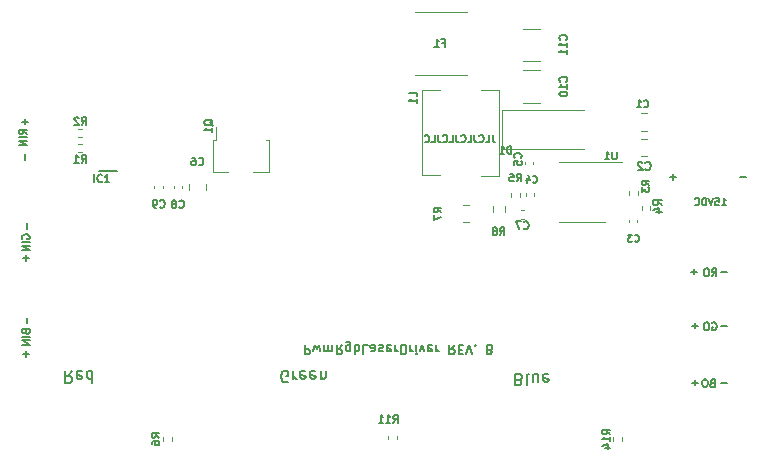
<source format=gbr>
%TF.GenerationSoftware,KiCad,Pcbnew,(5.1.7)-1*%
%TF.CreationDate,2021-07-14T13:30:58-05:00*%
%TF.ProjectId,PwmRgbLaserDriver Rev. B,50776d52-6762-44c6-9173-657244726976,rev?*%
%TF.SameCoordinates,Original*%
%TF.FileFunction,Legend,Bot*%
%TF.FilePolarity,Positive*%
%FSLAX46Y46*%
G04 Gerber Fmt 4.6, Leading zero omitted, Abs format (unit mm)*
G04 Created by KiCad (PCBNEW (5.1.7)-1) date 2021-07-14 13:30:58*
%MOMM*%
%LPD*%
G01*
G04 APERTURE LIST*
%ADD10C,0.150000*%
%ADD11C,0.120000*%
%ADD12C,0.200000*%
G04 APERTURE END LIST*
D10*
X231979190Y-48406095D02*
X231979190Y-49206095D01*
X232283952Y-49206095D01*
X232360142Y-49168000D01*
X232398238Y-49129904D01*
X232436333Y-49053714D01*
X232436333Y-48939428D01*
X232398238Y-48863238D01*
X232360142Y-48825142D01*
X232283952Y-48787047D01*
X231979190Y-48787047D01*
X232703000Y-48939428D02*
X232855380Y-48406095D01*
X233007761Y-48787047D01*
X233160142Y-48406095D01*
X233312523Y-48939428D01*
X233617285Y-48406095D02*
X233617285Y-48939428D01*
X233617285Y-48863238D02*
X233655380Y-48901333D01*
X233731571Y-48939428D01*
X233845857Y-48939428D01*
X233922047Y-48901333D01*
X233960142Y-48825142D01*
X233960142Y-48406095D01*
X233960142Y-48825142D02*
X233998238Y-48901333D01*
X234074428Y-48939428D01*
X234188714Y-48939428D01*
X234264904Y-48901333D01*
X234303000Y-48825142D01*
X234303000Y-48406095D01*
X235141095Y-48406095D02*
X234874428Y-48787047D01*
X234683952Y-48406095D02*
X234683952Y-49206095D01*
X234988714Y-49206095D01*
X235064904Y-49168000D01*
X235103000Y-49129904D01*
X235141095Y-49053714D01*
X235141095Y-48939428D01*
X235103000Y-48863238D01*
X235064904Y-48825142D01*
X234988714Y-48787047D01*
X234683952Y-48787047D01*
X235826809Y-48939428D02*
X235826809Y-48291809D01*
X235788714Y-48215619D01*
X235750619Y-48177523D01*
X235674428Y-48139428D01*
X235560142Y-48139428D01*
X235483952Y-48177523D01*
X235826809Y-48444190D02*
X235750619Y-48406095D01*
X235598238Y-48406095D01*
X235522047Y-48444190D01*
X235483952Y-48482285D01*
X235445857Y-48558476D01*
X235445857Y-48787047D01*
X235483952Y-48863238D01*
X235522047Y-48901333D01*
X235598238Y-48939428D01*
X235750619Y-48939428D01*
X235826809Y-48901333D01*
X236207761Y-48406095D02*
X236207761Y-49206095D01*
X236207761Y-48901333D02*
X236283952Y-48939428D01*
X236436333Y-48939428D01*
X236512523Y-48901333D01*
X236550619Y-48863238D01*
X236588714Y-48787047D01*
X236588714Y-48558476D01*
X236550619Y-48482285D01*
X236512523Y-48444190D01*
X236436333Y-48406095D01*
X236283952Y-48406095D01*
X236207761Y-48444190D01*
X237312523Y-48406095D02*
X236931571Y-48406095D01*
X236931571Y-49206095D01*
X237922047Y-48406095D02*
X237922047Y-48825142D01*
X237883952Y-48901333D01*
X237807761Y-48939428D01*
X237655380Y-48939428D01*
X237579190Y-48901333D01*
X237922047Y-48444190D02*
X237845857Y-48406095D01*
X237655380Y-48406095D01*
X237579190Y-48444190D01*
X237541095Y-48520380D01*
X237541095Y-48596571D01*
X237579190Y-48672761D01*
X237655380Y-48710857D01*
X237845857Y-48710857D01*
X237922047Y-48748952D01*
X238264904Y-48444190D02*
X238341095Y-48406095D01*
X238493476Y-48406095D01*
X238569666Y-48444190D01*
X238607761Y-48520380D01*
X238607761Y-48558476D01*
X238569666Y-48634666D01*
X238493476Y-48672761D01*
X238379190Y-48672761D01*
X238303000Y-48710857D01*
X238264904Y-48787047D01*
X238264904Y-48825142D01*
X238303000Y-48901333D01*
X238379190Y-48939428D01*
X238493476Y-48939428D01*
X238569666Y-48901333D01*
X239255380Y-48444190D02*
X239179190Y-48406095D01*
X239026809Y-48406095D01*
X238950619Y-48444190D01*
X238912523Y-48520380D01*
X238912523Y-48825142D01*
X238950619Y-48901333D01*
X239026809Y-48939428D01*
X239179190Y-48939428D01*
X239255380Y-48901333D01*
X239293476Y-48825142D01*
X239293476Y-48748952D01*
X238912523Y-48672761D01*
X239636333Y-48406095D02*
X239636333Y-48939428D01*
X239636333Y-48787047D02*
X239674428Y-48863238D01*
X239712523Y-48901333D01*
X239788714Y-48939428D01*
X239864904Y-48939428D01*
X240131571Y-48406095D02*
X240131571Y-49206095D01*
X240322047Y-49206095D01*
X240436333Y-49168000D01*
X240512523Y-49091809D01*
X240550619Y-49015619D01*
X240588714Y-48863238D01*
X240588714Y-48748952D01*
X240550619Y-48596571D01*
X240512523Y-48520380D01*
X240436333Y-48444190D01*
X240322047Y-48406095D01*
X240131571Y-48406095D01*
X240931571Y-48406095D02*
X240931571Y-48939428D01*
X240931571Y-48787047D02*
X240969666Y-48863238D01*
X241007761Y-48901333D01*
X241083952Y-48939428D01*
X241160142Y-48939428D01*
X241426809Y-48406095D02*
X241426809Y-48939428D01*
X241426809Y-49206095D02*
X241388714Y-49168000D01*
X241426809Y-49129904D01*
X241464904Y-49168000D01*
X241426809Y-49206095D01*
X241426809Y-49129904D01*
X241731571Y-48939428D02*
X241922047Y-48406095D01*
X242112523Y-48939428D01*
X242722047Y-48444190D02*
X242645857Y-48406095D01*
X242493476Y-48406095D01*
X242417285Y-48444190D01*
X242379190Y-48520380D01*
X242379190Y-48825142D01*
X242417285Y-48901333D01*
X242493476Y-48939428D01*
X242645857Y-48939428D01*
X242722047Y-48901333D01*
X242760142Y-48825142D01*
X242760142Y-48748952D01*
X242379190Y-48672761D01*
X243103000Y-48406095D02*
X243103000Y-48939428D01*
X243103000Y-48787047D02*
X243141095Y-48863238D01*
X243179190Y-48901333D01*
X243255380Y-48939428D01*
X243331571Y-48939428D01*
X244664904Y-48406095D02*
X244398238Y-48787047D01*
X244207761Y-48406095D02*
X244207761Y-49206095D01*
X244512523Y-49206095D01*
X244588714Y-49168000D01*
X244626809Y-49129904D01*
X244664904Y-49053714D01*
X244664904Y-48939428D01*
X244626809Y-48863238D01*
X244588714Y-48825142D01*
X244512523Y-48787047D01*
X244207761Y-48787047D01*
X245007761Y-48825142D02*
X245274428Y-48825142D01*
X245388714Y-48406095D02*
X245007761Y-48406095D01*
X245007761Y-49206095D01*
X245388714Y-49206095D01*
X245617285Y-49206095D02*
X245883952Y-48406095D01*
X246150619Y-49206095D01*
X246417285Y-48482285D02*
X246455380Y-48444190D01*
X246417285Y-48406095D01*
X246379190Y-48444190D01*
X246417285Y-48482285D01*
X246417285Y-48406095D01*
X247674428Y-48825142D02*
X247788714Y-48787047D01*
X247826809Y-48748952D01*
X247864904Y-48672761D01*
X247864904Y-48558476D01*
X247826809Y-48482285D01*
X247788714Y-48444190D01*
X247712523Y-48406095D01*
X247407761Y-48406095D01*
X247407761Y-49206095D01*
X247674428Y-49206095D01*
X247750619Y-49168000D01*
X247788714Y-49129904D01*
X247826809Y-49053714D01*
X247826809Y-48977523D01*
X247788714Y-48901333D01*
X247750619Y-48863238D01*
X247674428Y-48825142D01*
X247407761Y-48825142D01*
X267290428Y-36593428D02*
X267633285Y-36593428D01*
X267461857Y-36593428D02*
X267461857Y-35993428D01*
X267519000Y-36079142D01*
X267576142Y-36136285D01*
X267633285Y-36164857D01*
X266747571Y-35993428D02*
X267033285Y-35993428D01*
X267061857Y-36279142D01*
X267033285Y-36250571D01*
X266976142Y-36222000D01*
X266833285Y-36222000D01*
X266776142Y-36250571D01*
X266747571Y-36279142D01*
X266719000Y-36336285D01*
X266719000Y-36479142D01*
X266747571Y-36536285D01*
X266776142Y-36564857D01*
X266833285Y-36593428D01*
X266976142Y-36593428D01*
X267033285Y-36564857D01*
X267061857Y-36536285D01*
X266547571Y-35993428D02*
X266347571Y-36593428D01*
X266147571Y-35993428D01*
X265947571Y-36593428D02*
X265947571Y-35993428D01*
X265804714Y-35993428D01*
X265719000Y-36022000D01*
X265661857Y-36079142D01*
X265633285Y-36136285D01*
X265604714Y-36250571D01*
X265604714Y-36336285D01*
X265633285Y-36450571D01*
X265661857Y-36507714D01*
X265719000Y-36564857D01*
X265804714Y-36593428D01*
X265947571Y-36593428D01*
X265004714Y-36536285D02*
X265033285Y-36564857D01*
X265119000Y-36593428D01*
X265176142Y-36593428D01*
X265261857Y-36564857D01*
X265319000Y-36507714D01*
X265347571Y-36450571D01*
X265376142Y-36336285D01*
X265376142Y-36250571D01*
X265347571Y-36136285D01*
X265319000Y-36079142D01*
X265261857Y-36022000D01*
X265176142Y-35993428D01*
X265119000Y-35993428D01*
X265033285Y-36022000D01*
X265004714Y-36050571D01*
X266489238Y-46538000D02*
X266551142Y-46507047D01*
X266644000Y-46507047D01*
X266736857Y-46538000D01*
X266798761Y-46599904D01*
X266829714Y-46661809D01*
X266860666Y-46785619D01*
X266860666Y-46878476D01*
X266829714Y-47002285D01*
X266798761Y-47064190D01*
X266736857Y-47126095D01*
X266644000Y-47157047D01*
X266582095Y-47157047D01*
X266489238Y-47126095D01*
X266458285Y-47095142D01*
X266458285Y-46878476D01*
X266582095Y-46878476D01*
X266055904Y-46507047D02*
X265932095Y-46507047D01*
X265870190Y-46538000D01*
X265808285Y-46599904D01*
X265777333Y-46723714D01*
X265777333Y-46940380D01*
X265808285Y-47064190D01*
X265870190Y-47126095D01*
X265932095Y-47157047D01*
X266055904Y-47157047D01*
X266117809Y-47126095D01*
X266179714Y-47064190D01*
X266210666Y-46940380D01*
X266210666Y-46723714D01*
X266179714Y-46599904D01*
X266117809Y-46538000D01*
X266055904Y-46507047D01*
X266486047Y-51642571D02*
X266393190Y-51673523D01*
X266362238Y-51704476D01*
X266331285Y-51766380D01*
X266331285Y-51859238D01*
X266362238Y-51921142D01*
X266393190Y-51952095D01*
X266455095Y-51983047D01*
X266702714Y-51983047D01*
X266702714Y-51333047D01*
X266486047Y-51333047D01*
X266424142Y-51364000D01*
X266393190Y-51394952D01*
X266362238Y-51456857D01*
X266362238Y-51518761D01*
X266393190Y-51580666D01*
X266424142Y-51611619D01*
X266486047Y-51642571D01*
X266702714Y-51642571D01*
X265928904Y-51333047D02*
X265805095Y-51333047D01*
X265743190Y-51364000D01*
X265681285Y-51425904D01*
X265650333Y-51549714D01*
X265650333Y-51766380D01*
X265681285Y-51890190D01*
X265743190Y-51952095D01*
X265805095Y-51983047D01*
X265928904Y-51983047D01*
X265990809Y-51952095D01*
X266052714Y-51890190D01*
X266083666Y-51766380D01*
X266083666Y-51549714D01*
X266052714Y-51425904D01*
X265990809Y-51364000D01*
X265928904Y-51333047D01*
X266458285Y-42585047D02*
X266674952Y-42275523D01*
X266829714Y-42585047D02*
X266829714Y-41935047D01*
X266582095Y-41935047D01*
X266520190Y-41966000D01*
X266489238Y-41996952D01*
X266458285Y-42058857D01*
X266458285Y-42151714D01*
X266489238Y-42213619D01*
X266520190Y-42244571D01*
X266582095Y-42275523D01*
X266829714Y-42275523D01*
X266055904Y-41935047D02*
X265932095Y-41935047D01*
X265870190Y-41966000D01*
X265808285Y-42027904D01*
X265777333Y-42151714D01*
X265777333Y-42368380D01*
X265808285Y-42492190D01*
X265870190Y-42554095D01*
X265932095Y-42585047D01*
X266055904Y-42585047D01*
X266117809Y-42554095D01*
X266179714Y-42492190D01*
X266210666Y-42368380D01*
X266210666Y-42151714D01*
X266179714Y-42027904D01*
X266117809Y-41966000D01*
X266055904Y-41935047D01*
X208360571Y-47303190D02*
X208391523Y-47396047D01*
X208422476Y-47427000D01*
X208484380Y-47457952D01*
X208577238Y-47457952D01*
X208639142Y-47427000D01*
X208670095Y-47396047D01*
X208701047Y-47334142D01*
X208701047Y-47086523D01*
X208051047Y-47086523D01*
X208051047Y-47303190D01*
X208082000Y-47365095D01*
X208112952Y-47396047D01*
X208174857Y-47427000D01*
X208236761Y-47427000D01*
X208298666Y-47396047D01*
X208329619Y-47365095D01*
X208360571Y-47303190D01*
X208360571Y-47086523D01*
X208701047Y-47736523D02*
X208051047Y-47736523D01*
X208701047Y-48046047D02*
X208051047Y-48046047D01*
X208701047Y-48417476D01*
X208051047Y-48417476D01*
X208082000Y-39426000D02*
X208051047Y-39364095D01*
X208051047Y-39271238D01*
X208082000Y-39178380D01*
X208143904Y-39116476D01*
X208205809Y-39085523D01*
X208329619Y-39054571D01*
X208422476Y-39054571D01*
X208546285Y-39085523D01*
X208608190Y-39116476D01*
X208670095Y-39178380D01*
X208701047Y-39271238D01*
X208701047Y-39333142D01*
X208670095Y-39426000D01*
X208639142Y-39456952D01*
X208422476Y-39456952D01*
X208422476Y-39333142D01*
X208701047Y-39735523D02*
X208051047Y-39735523D01*
X208701047Y-40045047D02*
X208051047Y-40045047D01*
X208701047Y-40416476D01*
X208051047Y-40416476D01*
X208447047Y-30566952D02*
X208137523Y-30350285D01*
X208447047Y-30195523D02*
X207797047Y-30195523D01*
X207797047Y-30443142D01*
X207828000Y-30505047D01*
X207858952Y-30536000D01*
X207920857Y-30566952D01*
X208013714Y-30566952D01*
X208075619Y-30536000D01*
X208106571Y-30505047D01*
X208137523Y-30443142D01*
X208137523Y-30195523D01*
X208447047Y-30845523D02*
X207797047Y-30845523D01*
X208447047Y-31155047D02*
X207797047Y-31155047D01*
X208447047Y-31526476D01*
X207797047Y-31526476D01*
X267214380Y-51642571D02*
X267709619Y-51642571D01*
X267214380Y-46816571D02*
X267709619Y-46816571D01*
X267214380Y-42244571D02*
X267709619Y-42244571D01*
X268865380Y-34243571D02*
X269360619Y-34243571D01*
X208453428Y-46107380D02*
X208453428Y-46602619D01*
X208453428Y-38106380D02*
X208453428Y-38601619D01*
X208326428Y-32264380D02*
X208326428Y-32759619D01*
X265296619Y-51608428D02*
X264801380Y-51608428D01*
X265049000Y-51856047D02*
X265049000Y-51360809D01*
X265296619Y-46782428D02*
X264801380Y-46782428D01*
X265049000Y-47030047D02*
X265049000Y-46534809D01*
X265169619Y-42210428D02*
X264674380Y-42210428D01*
X264922000Y-42458047D02*
X264922000Y-41962809D01*
X263391619Y-34209428D02*
X262896380Y-34209428D01*
X263144000Y-34457047D02*
X263144000Y-33961809D01*
X208654619Y-49195428D02*
X208159380Y-49195428D01*
X208407000Y-49443047D02*
X208407000Y-48947809D01*
X208654619Y-41067428D02*
X208159380Y-41067428D01*
X208407000Y-41315047D02*
X208407000Y-40819809D01*
X208527619Y-29510428D02*
X208032380Y-29510428D01*
X208280000Y-29758047D02*
X208280000Y-29262809D01*
X208527619Y-29510428D02*
X208032380Y-29510428D01*
X208280000Y-29758047D02*
X208280000Y-29262809D01*
X247881428Y-30659428D02*
X247881428Y-31088000D01*
X247910000Y-31173714D01*
X247967142Y-31230857D01*
X248052857Y-31259428D01*
X248110000Y-31259428D01*
X247310000Y-31259428D02*
X247595714Y-31259428D01*
X247595714Y-30659428D01*
X246767142Y-31202285D02*
X246795714Y-31230857D01*
X246881428Y-31259428D01*
X246938571Y-31259428D01*
X247024285Y-31230857D01*
X247081428Y-31173714D01*
X247110000Y-31116571D01*
X247138571Y-31002285D01*
X247138571Y-30916571D01*
X247110000Y-30802285D01*
X247081428Y-30745142D01*
X247024285Y-30688000D01*
X246938571Y-30659428D01*
X246881428Y-30659428D01*
X246795714Y-30688000D01*
X246767142Y-30716571D01*
X246338571Y-30659428D02*
X246338571Y-31088000D01*
X246367142Y-31173714D01*
X246424285Y-31230857D01*
X246510000Y-31259428D01*
X246567142Y-31259428D01*
X245767142Y-31259428D02*
X246052857Y-31259428D01*
X246052857Y-30659428D01*
X245224285Y-31202285D02*
X245252857Y-31230857D01*
X245338571Y-31259428D01*
X245395714Y-31259428D01*
X245481428Y-31230857D01*
X245538571Y-31173714D01*
X245567142Y-31116571D01*
X245595714Y-31002285D01*
X245595714Y-30916571D01*
X245567142Y-30802285D01*
X245538571Y-30745142D01*
X245481428Y-30688000D01*
X245395714Y-30659428D01*
X245338571Y-30659428D01*
X245252857Y-30688000D01*
X245224285Y-30716571D01*
X244795714Y-30659428D02*
X244795714Y-31088000D01*
X244824285Y-31173714D01*
X244881428Y-31230857D01*
X244967142Y-31259428D01*
X245024285Y-31259428D01*
X244224285Y-31259428D02*
X244510000Y-31259428D01*
X244510000Y-30659428D01*
X243681428Y-31202285D02*
X243710000Y-31230857D01*
X243795714Y-31259428D01*
X243852857Y-31259428D01*
X243938571Y-31230857D01*
X243995714Y-31173714D01*
X244024285Y-31116571D01*
X244052857Y-31002285D01*
X244052857Y-30916571D01*
X244024285Y-30802285D01*
X243995714Y-30745142D01*
X243938571Y-30688000D01*
X243852857Y-30659428D01*
X243795714Y-30659428D01*
X243710000Y-30688000D01*
X243681428Y-30716571D01*
X243252857Y-30659428D02*
X243252857Y-31088000D01*
X243281428Y-31173714D01*
X243338571Y-31230857D01*
X243424285Y-31259428D01*
X243481428Y-31259428D01*
X242681428Y-31259428D02*
X242967142Y-31259428D01*
X242967142Y-30659428D01*
X242138571Y-31202285D02*
X242167142Y-31230857D01*
X242252857Y-31259428D01*
X242310000Y-31259428D01*
X242395714Y-31230857D01*
X242452857Y-31173714D01*
X242481428Y-31116571D01*
X242510000Y-31002285D01*
X242510000Y-30916571D01*
X242481428Y-30802285D01*
X242452857Y-30745142D01*
X242395714Y-30688000D01*
X242310000Y-30659428D01*
X242252857Y-30659428D01*
X242167142Y-30688000D01*
X242138571Y-30716571D01*
X250134571Y-51379428D02*
X250277428Y-51331809D01*
X250325047Y-51284190D01*
X250372666Y-51188952D01*
X250372666Y-51046095D01*
X250325047Y-50950857D01*
X250277428Y-50903238D01*
X250182190Y-50855619D01*
X249801238Y-50855619D01*
X249801238Y-51855619D01*
X250134571Y-51855619D01*
X250229809Y-51808000D01*
X250277428Y-51760380D01*
X250325047Y-51665142D01*
X250325047Y-51569904D01*
X250277428Y-51474666D01*
X250229809Y-51427047D01*
X250134571Y-51379428D01*
X249801238Y-51379428D01*
X250944095Y-50855619D02*
X250848857Y-50903238D01*
X250801238Y-50998476D01*
X250801238Y-51855619D01*
X251753619Y-51522285D02*
X251753619Y-50855619D01*
X251325047Y-51522285D02*
X251325047Y-50998476D01*
X251372666Y-50903238D01*
X251467904Y-50855619D01*
X251610761Y-50855619D01*
X251706000Y-50903238D01*
X251753619Y-50950857D01*
X252610761Y-50903238D02*
X252515523Y-50855619D01*
X252325047Y-50855619D01*
X252229809Y-50903238D01*
X252182190Y-50998476D01*
X252182190Y-51379428D01*
X252229809Y-51474666D01*
X252325047Y-51522285D01*
X252515523Y-51522285D01*
X252610761Y-51474666D01*
X252658380Y-51379428D01*
X252658380Y-51284190D01*
X252182190Y-51188952D01*
X230544857Y-51554000D02*
X230449619Y-51601619D01*
X230306761Y-51601619D01*
X230163904Y-51554000D01*
X230068666Y-51458761D01*
X230021047Y-51363523D01*
X229973428Y-51173047D01*
X229973428Y-51030190D01*
X230021047Y-50839714D01*
X230068666Y-50744476D01*
X230163904Y-50649238D01*
X230306761Y-50601619D01*
X230402000Y-50601619D01*
X230544857Y-50649238D01*
X230592476Y-50696857D01*
X230592476Y-51030190D01*
X230402000Y-51030190D01*
X231021047Y-50601619D02*
X231021047Y-51268285D01*
X231021047Y-51077809D02*
X231068666Y-51173047D01*
X231116285Y-51220666D01*
X231211523Y-51268285D01*
X231306761Y-51268285D01*
X232021047Y-50649238D02*
X231925809Y-50601619D01*
X231735333Y-50601619D01*
X231640095Y-50649238D01*
X231592476Y-50744476D01*
X231592476Y-51125428D01*
X231640095Y-51220666D01*
X231735333Y-51268285D01*
X231925809Y-51268285D01*
X232021047Y-51220666D01*
X232068666Y-51125428D01*
X232068666Y-51030190D01*
X231592476Y-50934952D01*
X232878190Y-50649238D02*
X232782952Y-50601619D01*
X232592476Y-50601619D01*
X232497238Y-50649238D01*
X232449619Y-50744476D01*
X232449619Y-51125428D01*
X232497238Y-51220666D01*
X232592476Y-51268285D01*
X232782952Y-51268285D01*
X232878190Y-51220666D01*
X232925809Y-51125428D01*
X232925809Y-51030190D01*
X232449619Y-50934952D01*
X233354380Y-51268285D02*
X233354380Y-50601619D01*
X233354380Y-51173047D02*
X233402000Y-51220666D01*
X233497238Y-51268285D01*
X233640095Y-51268285D01*
X233735333Y-51220666D01*
X233782952Y-51125428D01*
X233782952Y-50601619D01*
X212280571Y-50604619D02*
X211947238Y-51080809D01*
X211709142Y-50604619D02*
X211709142Y-51604619D01*
X212090095Y-51604619D01*
X212185333Y-51557000D01*
X212232952Y-51509380D01*
X212280571Y-51414142D01*
X212280571Y-51271285D01*
X212232952Y-51176047D01*
X212185333Y-51128428D01*
X212090095Y-51080809D01*
X211709142Y-51080809D01*
X213090095Y-50652238D02*
X212994857Y-50604619D01*
X212804380Y-50604619D01*
X212709142Y-50652238D01*
X212661523Y-50747476D01*
X212661523Y-51128428D01*
X212709142Y-51223666D01*
X212804380Y-51271285D01*
X212994857Y-51271285D01*
X213090095Y-51223666D01*
X213137714Y-51128428D01*
X213137714Y-51033190D01*
X212661523Y-50937952D01*
X213994857Y-50604619D02*
X213994857Y-51604619D01*
X213994857Y-50652238D02*
X213899619Y-50604619D01*
X213709142Y-50604619D01*
X213613904Y-50652238D01*
X213566285Y-50699857D01*
X213518666Y-50795095D01*
X213518666Y-51080809D01*
X213566285Y-51176047D01*
X213613904Y-51223666D01*
X213709142Y-51271285D01*
X213899619Y-51271285D01*
X213994857Y-51223666D01*
D11*
%TO.C,U1*%
X255431000Y-38030000D02*
X253481000Y-38030000D01*
X255431000Y-38030000D02*
X257381000Y-38030000D01*
X255431000Y-32910000D02*
X253481000Y-32910000D01*
X255431000Y-32910000D02*
X258881000Y-32910000D01*
%TO.C,R14*%
X258065000Y-56220379D02*
X258065000Y-56555621D01*
X258825000Y-56220379D02*
X258825000Y-56555621D01*
%TO.C,R11*%
X239015000Y-56093379D02*
X239015000Y-56428621D01*
X239775000Y-56093379D02*
X239775000Y-56428621D01*
%TO.C,R8*%
X248956500Y-37200724D02*
X248956500Y-36691276D01*
X247911500Y-37200724D02*
X247911500Y-36691276D01*
%TO.C,R7*%
X245393936Y-38055000D02*
X245848064Y-38055000D01*
X245393936Y-36585000D02*
X245848064Y-36585000D01*
%TO.C,R6*%
X219965000Y-56220379D02*
X219965000Y-56555621D01*
X220725000Y-56220379D02*
X220725000Y-56555621D01*
%TO.C,R5*%
X250182000Y-35860621D02*
X250182000Y-35525379D01*
X249422000Y-35860621D02*
X249422000Y-35525379D01*
%TO.C,R4*%
X260493000Y-36644379D02*
X260493000Y-36979621D01*
X261253000Y-36644379D02*
X261253000Y-36979621D01*
%TO.C,R3*%
X259396000Y-35402379D02*
X259396000Y-35737621D01*
X260156000Y-35402379D02*
X260156000Y-35737621D01*
%TO.C,R2*%
X212811379Y-30860000D02*
X213146621Y-30860000D01*
X212811379Y-30100000D02*
X213146621Y-30100000D01*
%TO.C,R1*%
X212811379Y-32130000D02*
X213146621Y-32130000D01*
X212811379Y-31370000D02*
X213146621Y-31370000D01*
%TO.C,Q1*%
X228928000Y-31071000D02*
X228698000Y-31071000D01*
X224208000Y-31071000D02*
X224438000Y-31071000D01*
X224208000Y-31071000D02*
X224208000Y-33791000D01*
X224208000Y-33791000D02*
X225518000Y-33791000D01*
X224438000Y-29931000D02*
X224438000Y-31071000D01*
X228928000Y-33791000D02*
X228928000Y-31071000D01*
X227618000Y-33791000D02*
X228928000Y-33791000D01*
%TO.C,L1*%
X248414000Y-26879000D02*
X246934000Y-26879000D01*
X248414000Y-34079000D02*
X248414000Y-30479000D01*
X248414000Y-30479000D02*
X248414000Y-26879000D01*
X248414000Y-34079000D02*
X246934000Y-34079000D01*
X241922000Y-26859000D02*
X243402000Y-26859000D01*
X241922000Y-26859000D02*
X241922000Y-30459000D01*
X241922000Y-34059000D02*
X243402000Y-34059000D01*
X241922000Y-30459000D02*
X241922000Y-34059000D01*
D12*
%TO.C,IC1*%
X214584000Y-33695000D02*
X216109000Y-33695000D01*
D11*
%TO.C,F1*%
X241317248Y-25565000D02*
X245724752Y-25565000D01*
X241317248Y-20225000D02*
X245724752Y-20225000D01*
%TO.C,D1*%
X248707000Y-31862000D02*
X248707000Y-28562000D01*
X248707000Y-28562000D02*
X255607000Y-28562000D01*
X248707000Y-31862000D02*
X255607000Y-31862000D01*
%TO.C,C11*%
X250437849Y-24363741D02*
X251860353Y-24363741D01*
X250437849Y-21643741D02*
X251860353Y-21643741D01*
%TO.C,C10*%
X250434248Y-27902000D02*
X251856752Y-27902000D01*
X250434248Y-25182000D02*
X251856752Y-25182000D01*
%TO.C,C9*%
X219223000Y-34936165D02*
X219223000Y-35167835D01*
X219943000Y-34936165D02*
X219943000Y-35167835D01*
%TO.C,C8*%
X220874000Y-34936165D02*
X220874000Y-35167835D01*
X221594000Y-34936165D02*
X221594000Y-35167835D01*
%TO.C,C7*%
X250535835Y-37030000D02*
X250304165Y-37030000D01*
X250535835Y-37750000D02*
X250304165Y-37750000D01*
%TO.C,C6*%
X222150000Y-34812248D02*
X222150000Y-35334752D01*
X223620000Y-34812248D02*
X223620000Y-35334752D01*
%TO.C,C5*%
X250604000Y-32895165D02*
X250604000Y-33126835D01*
X251324000Y-32895165D02*
X251324000Y-33126835D01*
%TO.C,C4*%
X251394000Y-35826835D02*
X251394000Y-35595165D01*
X250674000Y-35826835D02*
X250674000Y-35595165D01*
%TO.C,C3*%
X259424000Y-37803665D02*
X259424000Y-38035335D01*
X260144000Y-37803665D02*
X260144000Y-38035335D01*
%TO.C,C2*%
X260940252Y-30958000D02*
X260417748Y-30958000D01*
X260940252Y-32428000D02*
X260417748Y-32428000D01*
%TO.C,C1*%
X260939252Y-28819000D02*
X260416748Y-28819000D01*
X260939252Y-30289000D02*
X260416748Y-30289000D01*
%TO.C,U1*%
D10*
X258389238Y-32072047D02*
X258389238Y-32598238D01*
X258358285Y-32660142D01*
X258327333Y-32691095D01*
X258265428Y-32722047D01*
X258141619Y-32722047D01*
X258079714Y-32691095D01*
X258048761Y-32660142D01*
X258017809Y-32598238D01*
X258017809Y-32072047D01*
X257367809Y-32722047D02*
X257739238Y-32722047D01*
X257553523Y-32722047D02*
X257553523Y-32072047D01*
X257615428Y-32164904D01*
X257677333Y-32226809D01*
X257739238Y-32257761D01*
%TO.C,R14*%
X257840047Y-55976142D02*
X257530523Y-55759476D01*
X257840047Y-55604714D02*
X257190047Y-55604714D01*
X257190047Y-55852333D01*
X257221000Y-55914238D01*
X257251952Y-55945190D01*
X257313857Y-55976142D01*
X257406714Y-55976142D01*
X257468619Y-55945190D01*
X257499571Y-55914238D01*
X257530523Y-55852333D01*
X257530523Y-55604714D01*
X257840047Y-56595190D02*
X257840047Y-56223761D01*
X257840047Y-56409476D02*
X257190047Y-56409476D01*
X257282904Y-56347571D01*
X257344809Y-56285666D01*
X257375761Y-56223761D01*
X257406714Y-57152333D02*
X257840047Y-57152333D01*
X257159095Y-56997571D02*
X257623380Y-56842809D01*
X257623380Y-57245190D01*
%TO.C,R11*%
X239487857Y-55001047D02*
X239704523Y-54691523D01*
X239859285Y-55001047D02*
X239859285Y-54351047D01*
X239611666Y-54351047D01*
X239549761Y-54382000D01*
X239518809Y-54412952D01*
X239487857Y-54474857D01*
X239487857Y-54567714D01*
X239518809Y-54629619D01*
X239549761Y-54660571D01*
X239611666Y-54691523D01*
X239859285Y-54691523D01*
X238868809Y-55001047D02*
X239240238Y-55001047D01*
X239054523Y-55001047D02*
X239054523Y-54351047D01*
X239116428Y-54443904D01*
X239178333Y-54505809D01*
X239240238Y-54536761D01*
X238249761Y-55001047D02*
X238621190Y-55001047D01*
X238435476Y-55001047D02*
X238435476Y-54351047D01*
X238497380Y-54443904D01*
X238559285Y-54505809D01*
X238621190Y-54536761D01*
%TO.C,R8*%
X248501333Y-39117047D02*
X248718000Y-38807523D01*
X248872761Y-39117047D02*
X248872761Y-38467047D01*
X248625142Y-38467047D01*
X248563238Y-38498000D01*
X248532285Y-38528952D01*
X248501333Y-38590857D01*
X248501333Y-38683714D01*
X248532285Y-38745619D01*
X248563238Y-38776571D01*
X248625142Y-38807523D01*
X248872761Y-38807523D01*
X248129904Y-38745619D02*
X248191809Y-38714666D01*
X248222761Y-38683714D01*
X248253714Y-38621809D01*
X248253714Y-38590857D01*
X248222761Y-38528952D01*
X248191809Y-38498000D01*
X248129904Y-38467047D01*
X248006095Y-38467047D01*
X247944190Y-38498000D01*
X247913238Y-38528952D01*
X247882285Y-38590857D01*
X247882285Y-38621809D01*
X247913238Y-38683714D01*
X247944190Y-38714666D01*
X248006095Y-38745619D01*
X248129904Y-38745619D01*
X248191809Y-38776571D01*
X248222761Y-38807523D01*
X248253714Y-38869428D01*
X248253714Y-38993238D01*
X248222761Y-39055142D01*
X248191809Y-39086095D01*
X248129904Y-39117047D01*
X248006095Y-39117047D01*
X247944190Y-39086095D01*
X247913238Y-39055142D01*
X247882285Y-38993238D01*
X247882285Y-38869428D01*
X247913238Y-38807523D01*
X247944190Y-38776571D01*
X248006095Y-38745619D01*
%TO.C,R7*%
X243533047Y-37205666D02*
X243223523Y-36989000D01*
X243533047Y-36834238D02*
X242883047Y-36834238D01*
X242883047Y-37081857D01*
X242914000Y-37143761D01*
X242944952Y-37174714D01*
X243006857Y-37205666D01*
X243099714Y-37205666D01*
X243161619Y-37174714D01*
X243192571Y-37143761D01*
X243223523Y-37081857D01*
X243223523Y-36834238D01*
X242883047Y-37422333D02*
X242883047Y-37855666D01*
X243533047Y-37577095D01*
%TO.C,R6*%
X219672047Y-56273666D02*
X219362523Y-56057000D01*
X219672047Y-55902238D02*
X219022047Y-55902238D01*
X219022047Y-56149857D01*
X219053000Y-56211761D01*
X219083952Y-56242714D01*
X219145857Y-56273666D01*
X219238714Y-56273666D01*
X219300619Y-56242714D01*
X219331571Y-56211761D01*
X219362523Y-56149857D01*
X219362523Y-55902238D01*
X219022047Y-56830809D02*
X219022047Y-56707000D01*
X219053000Y-56645095D01*
X219083952Y-56614142D01*
X219176809Y-56552238D01*
X219300619Y-56521285D01*
X219548238Y-56521285D01*
X219610142Y-56552238D01*
X219641095Y-56583190D01*
X219672047Y-56645095D01*
X219672047Y-56768904D01*
X219641095Y-56830809D01*
X219610142Y-56861761D01*
X219548238Y-56892714D01*
X219393476Y-56892714D01*
X219331571Y-56861761D01*
X219300619Y-56830809D01*
X219269666Y-56768904D01*
X219269666Y-56645095D01*
X219300619Y-56583190D01*
X219331571Y-56552238D01*
X219393476Y-56521285D01*
%TO.C,R5*%
X249915333Y-34574047D02*
X250132000Y-34264523D01*
X250286761Y-34574047D02*
X250286761Y-33924047D01*
X250039142Y-33924047D01*
X249977238Y-33955000D01*
X249946285Y-33985952D01*
X249915333Y-34047857D01*
X249915333Y-34140714D01*
X249946285Y-34202619D01*
X249977238Y-34233571D01*
X250039142Y-34264523D01*
X250286761Y-34264523D01*
X249327238Y-33924047D02*
X249636761Y-33924047D01*
X249667714Y-34233571D01*
X249636761Y-34202619D01*
X249574857Y-34171666D01*
X249420095Y-34171666D01*
X249358190Y-34202619D01*
X249327238Y-34233571D01*
X249296285Y-34295476D01*
X249296285Y-34450238D01*
X249327238Y-34512142D01*
X249358190Y-34543095D01*
X249420095Y-34574047D01*
X249574857Y-34574047D01*
X249636761Y-34543095D01*
X249667714Y-34512142D01*
%TO.C,R4*%
X262201666Y-36588333D02*
X261868333Y-36355000D01*
X262201666Y-36188333D02*
X261501666Y-36188333D01*
X261501666Y-36455000D01*
X261535000Y-36521666D01*
X261568333Y-36555000D01*
X261635000Y-36588333D01*
X261735000Y-36588333D01*
X261801666Y-36555000D01*
X261835000Y-36521666D01*
X261868333Y-36455000D01*
X261868333Y-36188333D01*
X261735000Y-37188333D02*
X262201666Y-37188333D01*
X261468333Y-37021666D02*
X261968333Y-36855000D01*
X261968333Y-37288333D01*
%TO.C,R3*%
X261132428Y-34872000D02*
X260846714Y-34672000D01*
X261132428Y-34529142D02*
X260532428Y-34529142D01*
X260532428Y-34757714D01*
X260561000Y-34814857D01*
X260589571Y-34843428D01*
X260646714Y-34872000D01*
X260732428Y-34872000D01*
X260789571Y-34843428D01*
X260818142Y-34814857D01*
X260846714Y-34757714D01*
X260846714Y-34529142D01*
X260532428Y-35072000D02*
X260532428Y-35443428D01*
X260761000Y-35243428D01*
X260761000Y-35329142D01*
X260789571Y-35386285D01*
X260818142Y-35414857D01*
X260875285Y-35443428D01*
X261018142Y-35443428D01*
X261075285Y-35414857D01*
X261103857Y-35386285D01*
X261132428Y-35329142D01*
X261132428Y-35157714D01*
X261103857Y-35100571D01*
X261075285Y-35072000D01*
%TO.C,R2*%
X213085333Y-29787047D02*
X213302000Y-29477523D01*
X213456761Y-29787047D02*
X213456761Y-29137047D01*
X213209142Y-29137047D01*
X213147238Y-29168000D01*
X213116285Y-29198952D01*
X213085333Y-29260857D01*
X213085333Y-29353714D01*
X213116285Y-29415619D01*
X213147238Y-29446571D01*
X213209142Y-29477523D01*
X213456761Y-29477523D01*
X212837714Y-29198952D02*
X212806761Y-29168000D01*
X212744857Y-29137047D01*
X212590095Y-29137047D01*
X212528190Y-29168000D01*
X212497238Y-29198952D01*
X212466285Y-29260857D01*
X212466285Y-29322761D01*
X212497238Y-29415619D01*
X212868666Y-29787047D01*
X212466285Y-29787047D01*
%TO.C,R1*%
X213085333Y-33002047D02*
X213302000Y-32692523D01*
X213456761Y-33002047D02*
X213456761Y-32352047D01*
X213209142Y-32352047D01*
X213147238Y-32383000D01*
X213116285Y-32413952D01*
X213085333Y-32475857D01*
X213085333Y-32568714D01*
X213116285Y-32630619D01*
X213147238Y-32661571D01*
X213209142Y-32692523D01*
X213456761Y-32692523D01*
X212466285Y-33002047D02*
X212837714Y-33002047D01*
X212652000Y-33002047D02*
X212652000Y-32352047D01*
X212713904Y-32444904D01*
X212775809Y-32506809D01*
X212837714Y-32537761D01*
%TO.C,Q1*%
X224191952Y-29846095D02*
X224161000Y-29784190D01*
X224099095Y-29722285D01*
X224006238Y-29629428D01*
X223975285Y-29567523D01*
X223975285Y-29505619D01*
X224130047Y-29536571D02*
X224099095Y-29474666D01*
X224037190Y-29412761D01*
X223913380Y-29381809D01*
X223696714Y-29381809D01*
X223572904Y-29412761D01*
X223511000Y-29474666D01*
X223480047Y-29536571D01*
X223480047Y-29660380D01*
X223511000Y-29722285D01*
X223572904Y-29784190D01*
X223696714Y-29815142D01*
X223913380Y-29815142D01*
X224037190Y-29784190D01*
X224099095Y-29722285D01*
X224130047Y-29660380D01*
X224130047Y-29536571D01*
X224130047Y-30434190D02*
X224130047Y-30062761D01*
X224130047Y-30248476D02*
X223480047Y-30248476D01*
X223572904Y-30186571D01*
X223634809Y-30124666D01*
X223665761Y-30062761D01*
%TO.C,L1*%
X241450047Y-27377666D02*
X241450047Y-27068142D01*
X240800047Y-27068142D01*
X241450047Y-27934809D02*
X241450047Y-27563380D01*
X241450047Y-27749095D02*
X240800047Y-27749095D01*
X240892904Y-27687190D01*
X240954809Y-27625285D01*
X240985761Y-27563380D01*
%TO.C,IC1*%
X214128476Y-34642047D02*
X214128476Y-33992047D01*
X214809428Y-34580142D02*
X214778476Y-34611095D01*
X214685619Y-34642047D01*
X214623714Y-34642047D01*
X214530857Y-34611095D01*
X214468952Y-34549190D01*
X214438000Y-34487285D01*
X214407047Y-34363476D01*
X214407047Y-34270619D01*
X214438000Y-34146809D01*
X214468952Y-34084904D01*
X214530857Y-34023000D01*
X214623714Y-33992047D01*
X214685619Y-33992047D01*
X214778476Y-34023000D01*
X214809428Y-34053952D01*
X215428476Y-34642047D02*
X215057047Y-34642047D01*
X215242761Y-34642047D02*
X215242761Y-33992047D01*
X215180857Y-34084904D01*
X215118952Y-34146809D01*
X215057047Y-34177761D01*
%TO.C,F1*%
X243636666Y-22852571D02*
X243853333Y-22852571D01*
X243853333Y-23193047D02*
X243853333Y-22543047D01*
X243543809Y-22543047D01*
X242955714Y-23193047D02*
X243327142Y-23193047D01*
X243141428Y-23193047D02*
X243141428Y-22543047D01*
X243203333Y-22635904D01*
X243265238Y-22697809D01*
X243327142Y-22728761D01*
%TO.C,D1*%
X249451857Y-32215428D02*
X249451857Y-31615428D01*
X249309000Y-31615428D01*
X249223285Y-31644000D01*
X249166142Y-31701142D01*
X249137571Y-31758285D01*
X249109000Y-31872571D01*
X249109000Y-31958285D01*
X249137571Y-32072571D01*
X249166142Y-32129714D01*
X249223285Y-32186857D01*
X249309000Y-32215428D01*
X249451857Y-32215428D01*
X248537571Y-32215428D02*
X248880428Y-32215428D01*
X248709000Y-32215428D02*
X248709000Y-31615428D01*
X248766142Y-31701142D01*
X248823285Y-31758285D01*
X248880428Y-31786857D01*
%TO.C,C11*%
X254117142Y-22583142D02*
X254148095Y-22552190D01*
X254179047Y-22459333D01*
X254179047Y-22397428D01*
X254148095Y-22304571D01*
X254086190Y-22242666D01*
X254024285Y-22211714D01*
X253900476Y-22180761D01*
X253807619Y-22180761D01*
X253683809Y-22211714D01*
X253621904Y-22242666D01*
X253560000Y-22304571D01*
X253529047Y-22397428D01*
X253529047Y-22459333D01*
X253560000Y-22552190D01*
X253590952Y-22583142D01*
X254179047Y-23202190D02*
X254179047Y-22830761D01*
X254179047Y-23016476D02*
X253529047Y-23016476D01*
X253621904Y-22954571D01*
X253683809Y-22892666D01*
X253714761Y-22830761D01*
X254179047Y-23821238D02*
X254179047Y-23449809D01*
X254179047Y-23635523D02*
X253529047Y-23635523D01*
X253621904Y-23573619D01*
X253683809Y-23511714D01*
X253714761Y-23449809D01*
%TO.C,C10*%
X254135142Y-26119142D02*
X254166095Y-26088190D01*
X254197047Y-25995333D01*
X254197047Y-25933428D01*
X254166095Y-25840571D01*
X254104190Y-25778666D01*
X254042285Y-25747714D01*
X253918476Y-25716761D01*
X253825619Y-25716761D01*
X253701809Y-25747714D01*
X253639904Y-25778666D01*
X253578000Y-25840571D01*
X253547047Y-25933428D01*
X253547047Y-25995333D01*
X253578000Y-26088190D01*
X253608952Y-26119142D01*
X254197047Y-26738190D02*
X254197047Y-26366761D01*
X254197047Y-26552476D02*
X253547047Y-26552476D01*
X253639904Y-26490571D01*
X253701809Y-26428666D01*
X253732761Y-26366761D01*
X253547047Y-27140571D02*
X253547047Y-27202476D01*
X253578000Y-27264380D01*
X253608952Y-27295333D01*
X253670857Y-27326285D01*
X253794666Y-27357238D01*
X253949428Y-27357238D01*
X254073238Y-27326285D01*
X254135142Y-27295333D01*
X254166095Y-27264380D01*
X254197047Y-27202476D01*
X254197047Y-27140571D01*
X254166095Y-27078666D01*
X254135142Y-27047714D01*
X254073238Y-27016761D01*
X253949428Y-26985809D01*
X253794666Y-26985809D01*
X253670857Y-27016761D01*
X253608952Y-27047714D01*
X253578000Y-27078666D01*
X253547047Y-27140571D01*
%TO.C,C9*%
X219722333Y-36749142D02*
X219753285Y-36780095D01*
X219846142Y-36811047D01*
X219908047Y-36811047D01*
X220000904Y-36780095D01*
X220062809Y-36718190D01*
X220093761Y-36656285D01*
X220124714Y-36532476D01*
X220124714Y-36439619D01*
X220093761Y-36315809D01*
X220062809Y-36253904D01*
X220000904Y-36192000D01*
X219908047Y-36161047D01*
X219846142Y-36161047D01*
X219753285Y-36192000D01*
X219722333Y-36222952D01*
X219412809Y-36811047D02*
X219289000Y-36811047D01*
X219227095Y-36780095D01*
X219196142Y-36749142D01*
X219134238Y-36656285D01*
X219103285Y-36532476D01*
X219103285Y-36284857D01*
X219134238Y-36222952D01*
X219165190Y-36192000D01*
X219227095Y-36161047D01*
X219350904Y-36161047D01*
X219412809Y-36192000D01*
X219443761Y-36222952D01*
X219474714Y-36284857D01*
X219474714Y-36439619D01*
X219443761Y-36501523D01*
X219412809Y-36532476D01*
X219350904Y-36563428D01*
X219227095Y-36563428D01*
X219165190Y-36532476D01*
X219134238Y-36501523D01*
X219103285Y-36439619D01*
%TO.C,C8*%
X221345333Y-36764142D02*
X221376285Y-36795095D01*
X221469142Y-36826047D01*
X221531047Y-36826047D01*
X221623904Y-36795095D01*
X221685809Y-36733190D01*
X221716761Y-36671285D01*
X221747714Y-36547476D01*
X221747714Y-36454619D01*
X221716761Y-36330809D01*
X221685809Y-36268904D01*
X221623904Y-36207000D01*
X221531047Y-36176047D01*
X221469142Y-36176047D01*
X221376285Y-36207000D01*
X221345333Y-36237952D01*
X220973904Y-36454619D02*
X221035809Y-36423666D01*
X221066761Y-36392714D01*
X221097714Y-36330809D01*
X221097714Y-36299857D01*
X221066761Y-36237952D01*
X221035809Y-36207000D01*
X220973904Y-36176047D01*
X220850095Y-36176047D01*
X220788190Y-36207000D01*
X220757238Y-36237952D01*
X220726285Y-36299857D01*
X220726285Y-36330809D01*
X220757238Y-36392714D01*
X220788190Y-36423666D01*
X220850095Y-36454619D01*
X220973904Y-36454619D01*
X221035809Y-36485571D01*
X221066761Y-36516523D01*
X221097714Y-36578428D01*
X221097714Y-36702238D01*
X221066761Y-36764142D01*
X221035809Y-36795095D01*
X220973904Y-36826047D01*
X220850095Y-36826047D01*
X220788190Y-36795095D01*
X220757238Y-36764142D01*
X220726285Y-36702238D01*
X220726285Y-36578428D01*
X220757238Y-36516523D01*
X220788190Y-36485571D01*
X220850095Y-36454619D01*
%TO.C,C7*%
X250524333Y-38558142D02*
X250555285Y-38589095D01*
X250648142Y-38620047D01*
X250710047Y-38620047D01*
X250802904Y-38589095D01*
X250864809Y-38527190D01*
X250895761Y-38465285D01*
X250926714Y-38341476D01*
X250926714Y-38248619D01*
X250895761Y-38124809D01*
X250864809Y-38062904D01*
X250802904Y-38001000D01*
X250710047Y-37970047D01*
X250648142Y-37970047D01*
X250555285Y-38001000D01*
X250524333Y-38031952D01*
X250307666Y-37970047D02*
X249874333Y-37970047D01*
X250152904Y-38620047D01*
%TO.C,C6*%
X223003333Y-33160142D02*
X223034285Y-33191095D01*
X223127142Y-33222047D01*
X223189047Y-33222047D01*
X223281904Y-33191095D01*
X223343809Y-33129190D01*
X223374761Y-33067285D01*
X223405714Y-32943476D01*
X223405714Y-32850619D01*
X223374761Y-32726809D01*
X223343809Y-32664904D01*
X223281904Y-32603000D01*
X223189047Y-32572047D01*
X223127142Y-32572047D01*
X223034285Y-32603000D01*
X223003333Y-32633952D01*
X222446190Y-32572047D02*
X222570000Y-32572047D01*
X222631904Y-32603000D01*
X222662857Y-32633952D01*
X222724761Y-32726809D01*
X222755714Y-32850619D01*
X222755714Y-33098238D01*
X222724761Y-33160142D01*
X222693809Y-33191095D01*
X222631904Y-33222047D01*
X222508095Y-33222047D01*
X222446190Y-33191095D01*
X222415238Y-33160142D01*
X222384285Y-33098238D01*
X222384285Y-32943476D01*
X222415238Y-32881571D01*
X222446190Y-32850619D01*
X222508095Y-32819666D01*
X222631904Y-32819666D01*
X222693809Y-32850619D01*
X222724761Y-32881571D01*
X222755714Y-32943476D01*
%TO.C,C5*%
X250273142Y-32570666D02*
X250304095Y-32539714D01*
X250335047Y-32446857D01*
X250335047Y-32384952D01*
X250304095Y-32292095D01*
X250242190Y-32230190D01*
X250180285Y-32199238D01*
X250056476Y-32168285D01*
X249963619Y-32168285D01*
X249839809Y-32199238D01*
X249777904Y-32230190D01*
X249716000Y-32292095D01*
X249685047Y-32384952D01*
X249685047Y-32446857D01*
X249716000Y-32539714D01*
X249746952Y-32570666D01*
X249685047Y-33158761D02*
X249685047Y-32849238D01*
X249994571Y-32818285D01*
X249963619Y-32849238D01*
X249932666Y-32911142D01*
X249932666Y-33065904D01*
X249963619Y-33127809D01*
X249994571Y-33158761D01*
X250056476Y-33189714D01*
X250211238Y-33189714D01*
X250273142Y-33158761D01*
X250304095Y-33127809D01*
X250335047Y-33065904D01*
X250335047Y-32911142D01*
X250304095Y-32849238D01*
X250273142Y-32818285D01*
%TO.C,C4*%
X251283000Y-34631285D02*
X251311571Y-34659857D01*
X251397285Y-34688428D01*
X251454428Y-34688428D01*
X251540142Y-34659857D01*
X251597285Y-34602714D01*
X251625857Y-34545571D01*
X251654428Y-34431285D01*
X251654428Y-34345571D01*
X251625857Y-34231285D01*
X251597285Y-34174142D01*
X251540142Y-34117000D01*
X251454428Y-34088428D01*
X251397285Y-34088428D01*
X251311571Y-34117000D01*
X251283000Y-34145571D01*
X250768714Y-34288428D02*
X250768714Y-34688428D01*
X250911571Y-34059857D02*
X251054428Y-34488428D01*
X250683000Y-34488428D01*
%TO.C,C3*%
X259911000Y-39625285D02*
X259939571Y-39653857D01*
X260025285Y-39682428D01*
X260082428Y-39682428D01*
X260168142Y-39653857D01*
X260225285Y-39596714D01*
X260253857Y-39539571D01*
X260282428Y-39425285D01*
X260282428Y-39339571D01*
X260253857Y-39225285D01*
X260225285Y-39168142D01*
X260168142Y-39111000D01*
X260082428Y-39082428D01*
X260025285Y-39082428D01*
X259939571Y-39111000D01*
X259911000Y-39139571D01*
X259711000Y-39082428D02*
X259339571Y-39082428D01*
X259539571Y-39311000D01*
X259453857Y-39311000D01*
X259396714Y-39339571D01*
X259368142Y-39368142D01*
X259339571Y-39425285D01*
X259339571Y-39568142D01*
X259368142Y-39625285D01*
X259396714Y-39653857D01*
X259453857Y-39682428D01*
X259625285Y-39682428D01*
X259682428Y-39653857D01*
X259711000Y-39625285D01*
%TO.C,C2*%
X260828666Y-33548000D02*
X260862000Y-33581333D01*
X260962000Y-33614666D01*
X261028666Y-33614666D01*
X261128666Y-33581333D01*
X261195333Y-33514666D01*
X261228666Y-33448000D01*
X261262000Y-33314666D01*
X261262000Y-33214666D01*
X261228666Y-33081333D01*
X261195333Y-33014666D01*
X261128666Y-32948000D01*
X261028666Y-32914666D01*
X260962000Y-32914666D01*
X260862000Y-32948000D01*
X260828666Y-32981333D01*
X260562000Y-32981333D02*
X260528666Y-32948000D01*
X260462000Y-32914666D01*
X260295333Y-32914666D01*
X260228666Y-32948000D01*
X260195333Y-32981333D01*
X260162000Y-33048000D01*
X260162000Y-33114666D01*
X260195333Y-33214666D01*
X260595333Y-33614666D01*
X260162000Y-33614666D01*
%TO.C,C1*%
X260713000Y-28245285D02*
X260741571Y-28273857D01*
X260827285Y-28302428D01*
X260884428Y-28302428D01*
X260970142Y-28273857D01*
X261027285Y-28216714D01*
X261055857Y-28159571D01*
X261084428Y-28045285D01*
X261084428Y-27959571D01*
X261055857Y-27845285D01*
X261027285Y-27788142D01*
X260970142Y-27731000D01*
X260884428Y-27702428D01*
X260827285Y-27702428D01*
X260741571Y-27731000D01*
X260713000Y-27759571D01*
X260141571Y-28302428D02*
X260484428Y-28302428D01*
X260313000Y-28302428D02*
X260313000Y-27702428D01*
X260370142Y-27788142D01*
X260427285Y-27845285D01*
X260484428Y-27873857D01*
%TD*%
M02*

</source>
